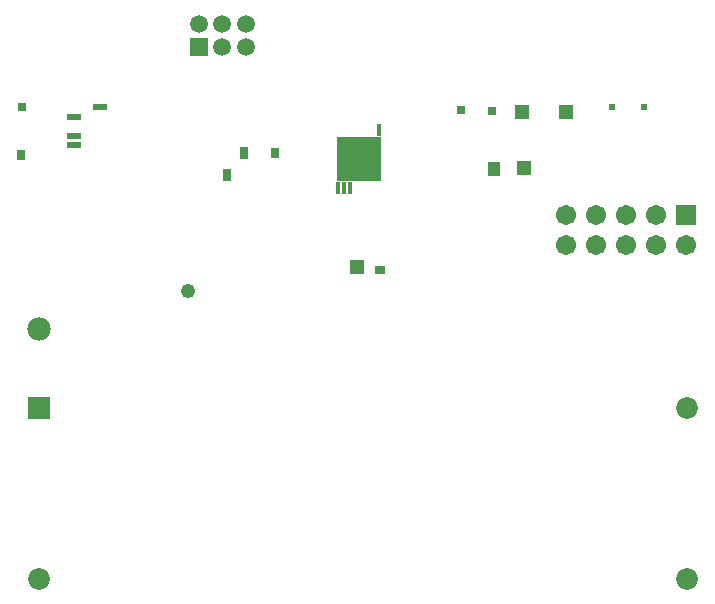
<source format=gbs>
G04*
G04 #@! TF.GenerationSoftware,Altium Limited,Altium Designer,23.0.1 (38)*
G04*
G04 Layer_Color=16711935*
%FSLAX43Y43*%
%MOMM*%
G71*
G04*
G04 #@! TF.SameCoordinates,06591997-4E22-4AB0-80C0-D558F8CFEC8B*
G04*
G04*
G04 #@! TF.FilePolarity,Negative*
G04*
G01*
G75*
%ADD14R,0.800X1.000*%
%ADD16R,1.145X0.550*%
%ADD23R,0.750X0.900*%
%ADD24R,0.700X0.650*%
%ADD26R,1.012X1.208*%
%ADD28R,0.700X0.650*%
%ADD29R,0.759X0.812*%
%ADD30R,0.520X0.520*%
%ADD31R,0.700X0.700*%
%ADD33R,0.812X0.759*%
%ADD34R,0.453X1.053*%
%ADD36R,1.303X1.153*%
%ADD37R,1.253X1.153*%
%ADD38C,1.219*%
%ADD40C,1.840*%
%ADD41C,1.980*%
%ADD42R,1.503X1.503*%
%ADD43C,1.503*%
%ADD44C,1.703*%
%ADD45R,1.703X1.703*%
%ADD50R,1.840X1.840*%
%ADD53R,3.803X3.803*%
D14*
X50862Y108574D02*
D03*
X52262Y110374D02*
D03*
D16*
X37891Y113468D02*
D03*
Y111868D02*
D03*
Y111068D02*
D03*
X40086Y114268D02*
D03*
D23*
X33436Y110236D02*
D03*
D24*
X33513Y114300D02*
D03*
D26*
X73406Y109013D02*
D03*
D28*
X70612Y114006D02*
D03*
D29*
X54881Y110363D02*
D03*
D30*
X86106Y114262D02*
D03*
X83439Y114300D02*
D03*
D31*
X73279Y113981D02*
D03*
D33*
X63762Y100474D02*
D03*
D34*
X63726Y112305D02*
D03*
X61226Y107405D02*
D03*
X60726D02*
D03*
X60226D02*
D03*
D36*
X61849Y100785D02*
D03*
D37*
X75946Y109167D02*
D03*
X79502Y113829D02*
D03*
X75819Y113866D02*
D03*
D38*
X47498Y98679D02*
D03*
D40*
X89789Y88773D02*
D03*
X34929Y74353D02*
D03*
X89789D02*
D03*
D41*
X34929Y95503D02*
D03*
D42*
X48435Y119364D02*
D03*
D43*
X52435D02*
D03*
X48435Y121364D02*
D03*
X50435Y119364D02*
D03*
Y121364D02*
D03*
X52435D02*
D03*
D44*
X79502Y105156D02*
D03*
X84582Y102616D02*
D03*
X79502D02*
D03*
X82042D02*
D03*
Y105156D02*
D03*
X89662Y102616D02*
D03*
X87122Y105156D02*
D03*
Y102616D02*
D03*
X84582Y105156D02*
D03*
D45*
X89662D02*
D03*
D50*
X34929Y88773D02*
D03*
D53*
X61976Y109855D02*
D03*
M02*

</source>
